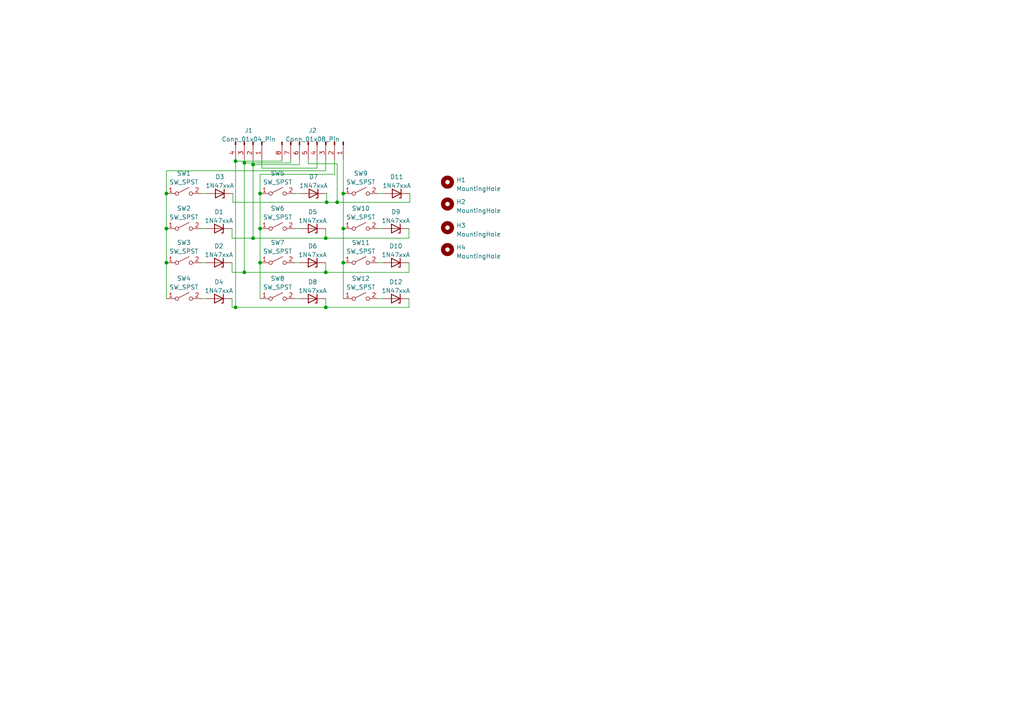
<source format=kicad_sch>
(kicad_sch (version 20230121) (generator eeschema)
  (paper "A4")
  (lib_symbols
    (symbol "Connector:Conn_01x04_Pin" (pin_names (offset 1.016) hide)
      (property "Reference" "J" (at 0 5.08 0))
      (property "Value" "Conn_01x04_Pin" (at 0 -7.62 0))
      (symbol "Conn_01x04_Pin_1_1"
        (polyline (pts (xy 1.27 -5.08) (xy 0.8636 -5.08)) (stroke (width 0.1524)))
        (polyline (pts (xy 1.27 -2.54) (xy 0.8636 -2.54)) (stroke (width 0.1524)))
        (polyline (pts (xy 1.27 0) (xy 0.8636 0)) (stroke (width 0.1524)))
        (polyline (pts (xy 1.27 2.54) (xy 0.8636 2.54)) (stroke (width 0.1524)))
        (rectangle (start 0.8636 -4.953) (end 0 -5.207) (stroke (width 0.1524)) (fill (type outline)))
        (rectangle (start 0.8636 -2.413) (end 0 -2.667) (stroke (width 0.1524)) (fill (type outline)))
        (rectangle (start 0.8636 0.127) (end 0 -0.127) (stroke (width 0.1524)) (fill (type outline)))
        (rectangle (start 0.8636 2.667) (end 0 2.413) (stroke (width 0.1524)) (fill (type outline)))
        (pin passive line (at 5.08 2.54 180) (length 3.81) (name "Pin_1") (number "1"))
        (pin passive line (at 5.08 0 180) (length 3.81) (name "Pin_2") (number "2"))
        (pin passive line (at 5.08 -2.54 180) (length 3.81) (name "Pin_3") (number "3"))
        (pin passive line (at 5.08 -5.08 180) (length 3.81) (name "Pin_4") (number "4"))
      )
    )
    (symbol "Connector:Conn_01x08_Pin" (pin_names (offset 1.016) hide)
      (property "Reference" "J" (at 0 10.16 0))
      (property "Value" "Conn_01x08_Pin" (at 0 -12.7 0))
      (symbol "Conn_01x08_Pin_1_1"
        (polyline (pts (xy 1.27 -10.16) (xy 0.8636 -10.16)) (stroke (width 0.1524)))
        (polyline (pts (xy 1.27 -7.62) (xy 0.8636 -7.62)) (stroke (width 0.1524)))
        (polyline (pts (xy 1.27 -5.08) (xy 0.8636 -5.08)) (stroke (width 0.1524)))
        (polyline (pts (xy 1.27 -2.54) (xy 0.8636 -2.54)) (stroke (width 0.1524)))
        (polyline (pts (xy 1.27 0) (xy 0.8636 0)) (stroke (width 0.1524)))
        (polyline (pts (xy 1.27 2.54) (xy 0.8636 2.54)) (stroke (width 0.1524)))
        (polyline (pts (xy 1.27 5.08) (xy 0.8636 5.08)) (stroke (width 0.1524)))
        (polyline (pts (xy 1.27 7.62) (xy 0.8636 7.62)) (stroke (width 0.1524)))
        (rectangle (start 0.8636 -10.033) (end 0 -10.287) (stroke (width 0.1524)) (fill (type outline)))
        (rectangle (start 0.8636 -7.493) (end 0 -7.747) (stroke (width 0.1524)) (fill (type outline)))
        (rectangle (start 0.8636 -4.953) (end 0 -5.207) (stroke (width 0.1524)) (fill (type outline)))
        (rectangle (start 0.8636 -2.413) (end 0 -2.667) (stroke (width 0.1524)) (fill (type outline)))
        (rectangle (start 0.8636 0.127) (end 0 -0.127) (stroke (width 0.1524)) (fill (type outline)))
        (rectangle (start 0.8636 2.667) (end 0 2.413) (stroke (width 0.1524)) (fill (type outline)))
        (rectangle (start 0.8636 5.207) (end 0 4.953) (stroke (width 0.1524)) (fill (type outline)))
        (rectangle (start 0.8636 7.747) (end 0 7.493) (stroke (width 0.1524)) (fill (type outline)))
        (pin passive line (at 5.08 7.62 180) (length 3.81) (name "Pin_1") (number "1"))
        (pin passive line (at 5.08 5.08 180) (length 3.81) (name "Pin_2") (number "2"))
        (pin passive line (at 5.08 2.54 180) (length 3.81) (name "Pin_3") (number "3"))
        (pin passive line (at 5.08 0 180) (length 3.81) (name "Pin_4") (number "4"))
        (pin passive line (at 5.08 -2.54 180) (length 3.81) (name "Pin_5") (number "5"))
        (pin passive line (at 5.08 -5.08 180) (length 3.81) (name "Pin_6") (number "6"))
        (pin passive line (at 5.08 -7.62 180) (length 3.81) (name "Pin_7") (number "7"))
        (pin passive line (at 5.08 -10.16 180) (length 3.81) (name "Pin_8") (number "8"))
      )
    )
    (symbol "Diode:1N47xxA" (pin_numbers hide) (pin_names hide)
      (property "Reference" "D" (at 0 2.54 0))
      (property "Value" "1N47xxA" (at 0 -2.54 0))
      (symbol "1N47xxA_0_1"
        (polyline (pts (xy 1.27 0) (xy -1.27 0)))
        (polyline (pts (xy -1.27 -1.27) (xy -1.27 1.27) (xy -0.762 1.27)) (stroke (width 0.254)))
        (polyline (pts (xy 1.27 -1.27) (xy 1.27 1.27) (xy -1.27 0) (xy 1.27 -1.27)) (stroke (width 0.254)))
      )
      (symbol "1N47xxA_1_1"
        (pin passive line (at -3.81 0 0) (length 2.54) (name "K") (number "1"))
        (pin passive line (at 3.81 0 180) (length 2.54) (name "A") (number "2"))
      )
    )
    (symbol "Mechanical:MountingHole" (pin_names (offset 1.016))
      (property "Reference" "H" (at 0 5.08 0))
      (property "Value" "MountingHole" (at 0 3.175 0))
      (symbol "MountingHole_0_1"
        (circle (center 0 0) (radius 1.27) (stroke (width 1.27)))
      )
    )
    (symbol "Switch:SW_SPST" (pin_names (offset 0) hide)
      (property "Reference" "SW" (at 0 3.175 0))
      (property "Value" "SW_SPST" (at 0 -2.54 0))
      (symbol "SW_SPST_0_0"
        (circle (center -2.032 0) (radius 0.508))
        (polyline (pts (xy -1.524 0.254) (xy 1.524 1.778)))
        (circle (center 2.032 0) (radius 0.508))
      )
      (symbol "SW_SPST_1_1"
        (pin passive line (at -5.08 0 0) (length 2.54) (name "A") (number "1"))
        (pin passive line (at 5.08 0 180) (length 2.54) (name "B") (number "2"))
      )
    )
  )
  (junction (at 94.488 69.088))
  (junction (at 94.488 89.154))
  (junction (at 48.26 56.134))
  (junction (at 94.742 58.674))
  (junction (at 99.568 76.2))
  (junction (at 99.568 66.294))
  (junction (at 99.568 56.134))
  (junction (at 70.866 47.244))
  (junction (at 75.438 66.294))
  (junction (at 73.406 69.088))
  (junction (at 68.326 46.736))
  (junction (at 70.866 78.994))
  (junction (at 48.26 76.2))
  (junction (at 73.406 47.752))
  (junction (at 75.438 76.2))
  (junction (at 48.26 66.294))
  (junction (at 68.326 89.154))
  (junction (at 94.488 78.994))
  (junction (at 75.438 56.134))
  (junction (at 97.79 58.674))
  (wire (pts (xy 85.598 56.134) (xy 87.122 56.134)))
  (wire (pts (xy 94.488 76.2) (xy 94.488 78.994)))
  (wire (pts (xy 75.438 66.294) (xy 75.438 76.2)))
  (wire (pts (xy 85.598 66.294) (xy 86.868 66.294)))
  (wire (pts (xy 68.326 89.154) (xy 94.488 89.154)))
  (wire (pts (xy 67.31 76.2) (xy 67.31 78.994)))
  (wire (pts (xy 84.328 47.244) (xy 70.866 47.244)))
  (wire (pts (xy 67.31 86.614) (xy 67.31 89.154)))
  (wire (pts (xy 94.488 86.614) (xy 94.488 89.154)))
  (wire (pts (xy 67.31 89.154) (xy 68.326 89.154)))
  (wire (pts (xy 48.26 66.294) (xy 48.26 76.2)))
  (wire (pts (xy 109.728 56.134) (xy 111.252 56.134)))
  (wire (pts (xy 75.946 48.768) (xy 91.948 48.768)))
  (wire (pts (xy 94.488 66.294) (xy 94.488 69.088)))
  (wire (pts (xy 81.788 46.228) (xy 81.788 46.736)))
  (wire (pts (xy 70.866 47.244) (xy 70.866 78.994)))
  (wire (pts (xy 58.42 66.294) (xy 59.69 66.294)))
  (wire (pts (xy 109.728 76.2) (xy 110.998 76.2)))
  (wire (pts (xy 97.028 46.228) (xy 97.028 50.546)))
  (wire (pts (xy 118.618 89.154) (xy 118.618 86.614)))
  (wire (pts (xy 48.26 49.53) (xy 48.26 56.134)))
  (wire (pts (xy 58.42 86.614) (xy 59.69 86.614)))
  (wire (pts (xy 85.598 76.2) (xy 86.868 76.2)))
  (wire (pts (xy 94.488 69.088) (xy 118.618 69.088)))
  (wire (pts (xy 118.872 58.674) (xy 118.872 56.134)))
  (wire (pts (xy 99.568 46.228) (xy 99.568 56.134)))
  (wire (pts (xy 67.31 69.088) (xy 73.406 69.088)))
  (wire (pts (xy 85.598 86.614) (xy 86.868 86.614)))
  (wire (pts (xy 67.31 78.994) (xy 70.866 78.994)))
  (wire (pts (xy 73.406 69.088) (xy 94.488 69.088)))
  (wire (pts (xy 97.79 47.498) (xy 97.79 58.674)))
  (wire (pts (xy 89.408 46.228) (xy 89.408 47.498)))
  (wire (pts (xy 109.728 66.294) (xy 110.998 66.294)))
  (wire (pts (xy 73.406 46.228) (xy 73.406 47.752)))
  (wire (pts (xy 67.564 56.134) (xy 67.564 58.674)))
  (wire (pts (xy 75.438 76.2) (xy 75.438 86.614)))
  (wire (pts (xy 81.788 46.736) (xy 68.326 46.736)))
  (wire (pts (xy 86.868 46.228) (xy 86.868 47.752)))
  (wire (pts (xy 89.408 47.498) (xy 97.79 47.498)))
  (wire (pts (xy 99.568 66.294) (xy 99.568 76.2)))
  (wire (pts (xy 94.742 58.674) (xy 97.79 58.674)))
  (wire (pts (xy 70.866 78.994) (xy 94.488 78.994)))
  (wire (pts (xy 94.488 78.994) (xy 118.618 78.994)))
  (wire (pts (xy 48.26 56.134) (xy 48.26 66.294)))
  (wire (pts (xy 118.618 76.2) (xy 118.618 78.994)))
  (wire (pts (xy 67.31 66.294) (xy 67.31 69.088)))
  (wire (pts (xy 58.42 56.134) (xy 59.944 56.134)))
  (wire (pts (xy 73.406 47.752) (xy 73.406 69.088)))
  (wire (pts (xy 70.866 46.228) (xy 70.866 47.244)))
  (wire (pts (xy 118.618 66.294) (xy 118.618 69.088)))
  (wire (pts (xy 75.438 56.134) (xy 75.438 66.294)))
  (wire (pts (xy 94.742 56.134) (xy 94.742 58.674)))
  (wire (pts (xy 67.564 58.674) (xy 94.742 58.674)))
  (wire (pts (xy 75.946 46.228) (xy 75.946 48.768)))
  (wire (pts (xy 68.326 46.736) (xy 68.326 89.154)))
  (wire (pts (xy 68.326 46.228) (xy 68.326 46.736)))
  (wire (pts (xy 58.42 76.2) (xy 59.69 76.2)))
  (wire (pts (xy 94.488 89.154) (xy 118.618 89.154)))
  (wire (pts (xy 97.79 58.674) (xy 118.872 58.674)))
  (wire (pts (xy 109.728 86.614) (xy 110.998 86.614)))
  (wire (pts (xy 99.568 76.2) (xy 99.568 86.614)))
  (wire (pts (xy 99.568 56.134) (xy 99.568 66.294)))
  (wire (pts (xy 48.26 76.2) (xy 48.26 86.614)))
  (wire (pts (xy 84.328 46.228) (xy 84.328 47.244)))
  (wire (pts (xy 73.406 47.752) (xy 86.868 47.752)))
  (wire (pts (xy 75.438 50.546) (xy 75.438 56.134)))
  (wire (pts (xy 94.488 46.228) (xy 94.488 49.53)))
  (wire (pts (xy 97.028 50.546) (xy 75.438 50.546)))
  (wire (pts (xy 94.488 49.53) (xy 48.26 49.53)))
  (wire (pts (xy 91.948 46.228) (xy 91.948 48.768)))
  (symbol (lib_id "Connector:Conn_01x08_Pin") (at 91.948 41.148 270) (unit 1)
    (property "Reference" "J2" (at 90.678 37.846 90))
    (property "Value" "Conn_01x08_Pin" (at 90.678 40.386 90))
    (property "Footprint" "Connector_PinHeader_2.54mm:PinHeader_1x08_P2.54mm_Vertical" (effects hide))
  )
  (symbol (lib_id "Diode:1N47xxA") (at 114.808 76.2 180) (unit 1)
    (property "Reference" "D10" (at 114.808 71.374 0))
    (property "Value" "1N47xxA" (at 114.808 73.914 0))
    (property "Footprint" "Diode_THT:D_DO-41_SOD81_P5.08mm_Vertical_KathodeUp" (effects hide))
    (property "Datasheet" "https://www.vishay.com/docs/85816/1n4728a.pdf" (effects hide))
  )
  (symbol (lib_id "Switch:SW_SPST") (at 53.34 76.2 0) (unit 1)
    (property "Reference" "SW3" (at 53.34 70.358 0))
    (property "Value" "SW_SPST" (at 53.34 72.898 0))
    (property "Footprint" "PCM_Switch_Keyboard_Kailh:SW_Kailh_Choc_V1" (effects hide))
  )
  (symbol (lib_id "Switch:SW_SPST") (at 53.34 66.294 0) (unit 1)
    (property "Reference" "SW2" (at 53.34 60.452 0))
    (property "Value" "SW_SPST" (at 53.34 62.992 0))
    (property "Footprint" "PCM_Switch_Keyboard_Kailh:SW_Kailh_Choc_V1" (effects hide))
  )
  (symbol (lib_id "Connector:Conn_01x04_Pin") (at 73.406 41.148 270) (unit 1)
    (property "Reference" "J1" (at 72.136 37.846 90))
    (property "Value" "Conn_01x04_Pin" (at 72.136 40.386 90))
    (property "Footprint" "Connector_PinHeader_2.54mm:PinHeader_1x04_P2.54mm_Vertical" (effects hide))
  )
  (symbol (lib_id "Diode:1N47xxA") (at 63.5 86.614 180) (unit 1)
    (property "Reference" "D4" (at 63.5 81.788 0))
    (property "Value" "1N47xxA" (at 63.5 84.328 0))
    (property "Footprint" "Diode_THT:D_DO-41_SOD81_P5.08mm_Vertical_KathodeUp" (effects hide))
    (property "Datasheet" "https://www.vishay.com/docs/85816/1n4728a.pdf" (effects hide))
  )
  (symbol (lib_id "Switch:SW_SPST") (at 80.518 86.614 0) (unit 1)
    (property "Reference" "SW8" (at 80.518 80.772 0))
    (property "Value" "SW_SPST" (at 80.518 83.312 0))
    (property "Footprint" "PCM_Switch_Keyboard_Kailh:SW_Kailh_Choc_V1" (effects hide))
  )
  (symbol (lib_id "Diode:1N47xxA") (at 63.5 66.294 180) (unit 1)
    (property "Reference" "D1" (at 63.5 61.468 0))
    (property "Value" "1N47xxA" (at 63.5 64.008 0))
    (property "Footprint" "Diode_THT:D_DO-41_SOD81_P5.08mm_Vertical_KathodeUp" (effects hide))
    (property "Datasheet" "https://www.vishay.com/docs/85816/1n4728a.pdf" (effects hide))
  )
  (symbol (lib_id "Switch:SW_SPST") (at 104.648 76.2 0) (unit 1)
    (property "Reference" "SW11" (at 104.648 70.358 0))
    (property "Value" "SW_SPST" (at 104.648 72.898 0))
    (property "Footprint" "PCM_Switch_Keyboard_Kailh:SW_Kailh_Choc_V1" (effects hide))
  )
  (symbol (lib_id "Mechanical:MountingHole") (at 129.794 66.04 0) (unit 1)
    (property "Reference" "H3" (at 132.334 65.405 0) (effects (justify left)))
    (property "Value" "MountingHole" (at 132.334 67.945 0) (effects (justify left)))
    (property "Footprint" "MountingHole:MountingHole_3.2mm_M3" (effects hide))
  )
  (symbol (lib_id "Diode:1N47xxA") (at 114.808 66.294 180) (unit 1)
    (property "Reference" "D9" (at 114.808 61.468 0))
    (property "Value" "1N47xxA" (at 114.808 64.008 0))
    (property "Footprint" "Diode_THT:D_DO-41_SOD81_P5.08mm_Vertical_KathodeUp" (effects hide))
    (property "Datasheet" "https://www.vishay.com/docs/85816/1n4728a.pdf" (effects hide))
  )
  (symbol (lib_id "Mechanical:MountingHole") (at 129.794 72.39 0) (unit 1)
    (property "Reference" "H4" (at 132.334 71.755 0) (effects (justify left)))
    (property "Value" "MountingHole" (at 132.334 74.295 0) (effects (justify left)))
    (property "Footprint" "MountingHole:MountingHole_3.2mm_M3" (effects hide))
  )
  (symbol (lib_id "Diode:1N47xxA") (at 90.678 66.294 180) (unit 1)
    (property "Reference" "D5" (at 90.678 61.468 0))
    (property "Value" "1N47xxA" (at 90.678 64.008 0))
    (property "Footprint" "Diode_THT:D_DO-41_SOD81_P5.08mm_Vertical_KathodeUp" (effects hide))
    (property "Datasheet" "https://www.vishay.com/docs/85816/1n4728a.pdf" (effects hide))
  )
  (symbol (lib_id "Switch:SW_SPST") (at 104.648 66.294 0) (unit 1)
    (property "Reference" "SW10" (at 104.648 60.452 0))
    (property "Value" "SW_SPST" (at 104.648 62.992 0))
    (property "Footprint" "PCM_Switch_Keyboard_Kailh:SW_Kailh_Choc_V1" (effects hide))
  )
  (symbol (lib_id "Diode:1N47xxA") (at 115.062 56.134 180) (unit 1)
    (property "Reference" "D11" (at 115.062 51.308 0))
    (property "Value" "1N47xxA" (at 115.062 53.848 0))
    (property "Footprint" "Diode_THT:D_DO-41_SOD81_P5.08mm_Vertical_KathodeUp" (effects hide))
    (property "Datasheet" "https://www.vishay.com/docs/85816/1n4728a.pdf" (effects hide))
  )
  (symbol (lib_id "Switch:SW_SPST") (at 80.518 56.134 0) (unit 1)
    (property "Reference" "SW5" (at 80.518 50.292 0))
    (property "Value" "SW_SPST" (at 80.518 52.832 0))
    (property "Footprint" "PCM_Switch_Keyboard_Kailh:SW_Kailh_Choc_V1" (effects hide))
  )
  (symbol (lib_id "Mechanical:MountingHole") (at 129.794 52.832 0) (unit 1)
    (property "Reference" "H1" (at 132.334 52.197 0) (effects (justify left)))
    (property "Value" "MountingHole" (at 132.334 54.737 0) (effects (justify left)))
    (property "Footprint" "MountingHole:MountingHole_3.2mm_M3" (effects hide))
  )
  (symbol (lib_id "Switch:SW_SPST") (at 104.648 56.134 0) (unit 1)
    (property "Reference" "SW9" (at 104.648 50.292 0))
    (property "Value" "SW_SPST" (at 104.648 52.832 0))
    (property "Footprint" "PCM_Switch_Keyboard_Kailh:SW_Kailh_Choc_V1" (effects hide))
  )
  (symbol (lib_id "Diode:1N47xxA") (at 114.808 86.614 180) (unit 1)
    (property "Reference" "D12" (at 114.808 81.788 0))
    (property "Value" "1N47xxA" (at 114.808 84.328 0))
    (property "Footprint" "Diode_THT:D_DO-41_SOD81_P5.08mm_Vertical_KathodeUp" (effects hide))
    (property "Datasheet" "https://www.vishay.com/docs/85816/1n4728a.pdf" (effects hide))
  )
  (symbol (lib_id "Diode:1N47xxA") (at 63.5 76.2 180) (unit 1)
    (property "Reference" "D2" (at 63.5 71.374 0))
    (property "Value" "1N47xxA" (at 63.5 73.914 0))
    (property "Footprint" "Diode_THT:D_DO-41_SOD81_P5.08mm_Vertical_KathodeUp" (effects hide))
    (property "Datasheet" "https://www.vishay.com/docs/85816/1n4728a.pdf" (effects hide))
  )
  (symbol (lib_id "Mechanical:MountingHole") (at 129.794 59.182 0) (unit 1)
    (property "Reference" "H2" (at 132.334 58.547 0) (effects (justify left)))
    (property "Value" "MountingHole" (at 132.334 61.087 0) (effects (justify left)))
    (property "Footprint" "MountingHole:MountingHole_3.2mm_M3" (effects hide))
  )
  (symbol (lib_id "Switch:SW_SPST") (at 104.648 86.614 0) (unit 1)
    (property "Reference" "SW12" (at 104.648 80.772 0))
    (property "Value" "SW_SPST" (at 104.648 83.312 0))
    (property "Footprint" "PCM_Switch_Keyboard_Kailh:SW_Kailh_Choc_V1" (effects hide))
  )
  (symbol (lib_id "Diode:1N47xxA") (at 63.754 56.134 180) (unit 1)
    (property "Reference" "D3" (at 63.754 51.308 0))
    (property "Value" "1N47xxA" (at 63.754 53.848 0))
    (property "Footprint" "Diode_THT:D_DO-41_SOD81_P5.08mm_Vertical_KathodeUp" (effects hide))
    (property "Datasheet" "https://www.vishay.com/docs/85816/1n4728a.pdf" (effects hide))
  )
  (symbol (lib_id "Diode:1N47xxA") (at 90.678 76.2 180) (unit 1)
    (property "Reference" "D6" (at 90.678 71.374 0))
    (property "Value" "1N47xxA" (at 90.678 73.914 0))
    (property "Footprint" "Diode_THT:D_DO-41_SOD81_P5.08mm_Vertical_KathodeUp" (effects hide))
    (property "Datasheet" "https://www.vishay.com/docs/85816/1n4728a.pdf" (effects hide))
  )
  (symbol (lib_id "Switch:SW_SPST") (at 53.34 56.134 0) (unit 1)
    (property "Reference" "SW1" (at 53.34 50.292 0))
    (property "Value" "SW_SPST" (at 53.34 52.832 0))
    (property "Footprint" "PCM_Switch_Keyboard_Kailh:SW_Kailh_Choc_V1" (effects hide))
  )
  (symbol (lib_id "Diode:1N47xxA") (at 90.678 86.614 180) (unit 1)
    (property "Reference" "D8" (at 90.678 81.788 0))
    (property "Value" "1N47xxA" (at 90.678 84.328 0))
    (property "Footprint" "Diode_THT:D_DO-41_SOD81_P5.08mm_Vertical_KathodeUp" (effects hide))
    (property "Datasheet" "https://www.vishay.com/docs/85816/1n4728a.pdf" (effects hide))
  )
  (symbol (lib_id "Switch:SW_SPST") (at 80.518 76.2 0) (unit 1)
    (property "Reference" "SW7" (at 80.518 70.358 0))
    (property "Value" "SW_SPST" (at 80.518 72.898 0))
    (property "Footprint" "PCM_Switch_Keyboard_Kailh:SW_Kailh_Choc_V1" (effects hide))
  )
  (symbol (lib_id "Switch:SW_SPST") (at 53.34 86.614 0) (unit 1)
    (property "Reference" "SW4" (at 53.34 80.772 0))
    (property "Value" "SW_SPST" (at 53.34 83.312 0))
    (property "Footprint" "PCM_Switch_Keyboard_Kailh:SW_Kailh_Choc_V1" (effects hide))
  )
  (symbol (lib_id "Diode:1N47xxA") (at 90.932 56.134 180) (unit 1)
    (property "Reference" "D7" (at 90.932 51.308 0))
    (property "Value" "1N47xxA" (at 90.932 53.848 0))
    (property "Footprint" "Diode_THT:D_DO-41_SOD81_P5.08mm_Vertical_KathodeUp" (effects hide))
    (property "Datasheet" "https://www.vishay.com/docs/85816/1n4728a.pdf" (effects hide))
  )
  (symbol (lib_id "Switch:SW_SPST") (at 80.518 66.294 0) (unit 1)
    (property "Reference" "SW6" (at 80.518 60.452 0))
    (property "Value" "SW_SPST" (at 80.518 62.992 0))
    (property "Footprint" "PCM_Switch_Keyboard_Kailh:SW_Kailh_Choc_V1" (effects hide))
  )
)
</source>
